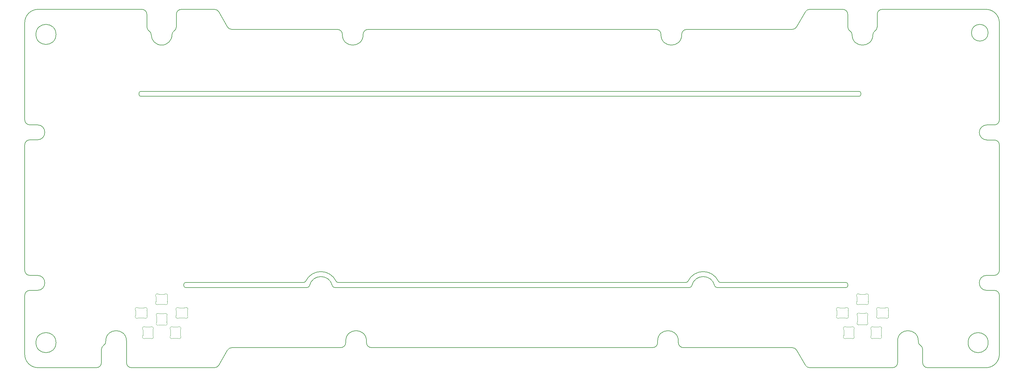
<source format=gm1>
%TF.GenerationSoftware,KiCad,Pcbnew,(7.0.0-0)*%
%TF.CreationDate,2023-06-06T22:56:57-07:00*%
%TF.ProjectId,popstar_plateless_with_flex_cuts,706f7073-7461-4725-9f70-6c6174656c65,rev?*%
%TF.SameCoordinates,Original*%
%TF.FileFunction,Profile,NP*%
%FSLAX46Y46*%
G04 Gerber Fmt 4.6, Leading zero omitted, Abs format (unit mm)*
G04 Created by KiCad (PCBNEW (7.0.0-0)) date 2023-06-06 22:56:57*
%MOMM*%
%LPD*%
G01*
G04 APERTURE LIST*
%TA.AperFunction,Profile*%
%ADD10C,0.200000*%
%TD*%
%TA.AperFunction,Profile*%
%ADD11C,0.100000*%
%TD*%
G04 APERTURE END LIST*
D10*
X28924798Y-128974999D02*
G75*
G03*
X32924812Y-132975002I4000002J-1D01*
G01*
X318825000Y-105349963D02*
X316574998Y-105349963D01*
X123403919Y-126974917D02*
G75*
G03*
X124903917Y-125474897I-19J1500017D01*
G01*
X90847411Y-126974930D02*
G75*
G03*
X89548374Y-127724939I-11J-1499970D01*
G01*
X274999742Y-27275065D02*
X274999742Y-31020284D01*
X227637174Y-109000000D02*
X121612825Y-109000000D01*
X285299740Y-25775042D02*
G75*
G03*
X283799742Y-27275052I60J-1500058D01*
G01*
X66753451Y-33384437D02*
G75*
G03*
X72953449Y-33384435I3099999J-3D01*
G01*
X113337174Y-109000000D02*
X77000000Y-109000000D01*
X52552527Y-126272722D02*
G75*
G03*
X53156102Y-125175004I-696427J1097722D01*
G01*
X218145540Y-125474791D02*
X218145539Y-125000581D01*
X236290180Y-107072174D02*
G75*
G03*
X227259820Y-107072174I-4515180J-2147825D01*
G01*
X275000000Y-108000000D02*
X275000000Y-108500000D01*
X224345519Y-125474780D02*
G75*
G03*
X225845541Y-126974781I1499981J-20D01*
G01*
X283799742Y-27275052D02*
X283799742Y-31020285D01*
X226582543Y-107500038D02*
G75*
G03*
X227259819Y-107072174I-43J750038D01*
G01*
X112282543Y-107500038D02*
G75*
G03*
X112959819Y-107072174I-43J750038D01*
G01*
X275000000Y-108000000D02*
G75*
G03*
X274500000Y-107500000I-500000J0D01*
G01*
X120882620Y-108421177D02*
G75*
G03*
X114067380Y-108421177I-3407620J-798823D01*
G01*
X225349994Y-33274982D02*
X225349994Y-33384519D01*
X53156102Y-125000470D02*
X53156102Y-125175004D01*
X63953442Y-25774971D02*
X32924868Y-25775007D01*
X76500000Y-108500000D02*
X76500000Y-108000000D01*
X320325085Y-29775018D02*
G75*
G03*
X316325044Y-25775015I-4000085J-82D01*
G01*
X63600000Y-51800000D02*
X278400001Y-51800000D01*
X123899518Y-33274984D02*
G75*
G03*
X122399506Y-31774982I-1500018J-16D01*
G01*
X259701350Y-127724734D02*
G75*
G03*
X258402301Y-126974743I-1298950J-749866D01*
G01*
X120882597Y-108421183D02*
G75*
G03*
X121612825Y-109000000I730203J171183D01*
G01*
X276299652Y-33384604D02*
G75*
G03*
X282499748Y-33384598I3100048J4D01*
G01*
X123899506Y-33384508D02*
X123899506Y-33274984D01*
X32674821Y-105349957D02*
X30424824Y-105349957D01*
X28924927Y-58824273D02*
G75*
G03*
X30424853Y-60324273I1499973J-27D01*
G01*
X296093323Y-125000628D02*
G75*
G03*
X289893323Y-125000628I-3100000J-2D01*
G01*
X318824995Y-109849963D02*
X316574998Y-109849963D01*
X63100000Y-50800000D02*
X63099999Y-51299999D01*
X273499740Y-25775065D02*
X263598031Y-25775077D01*
X73557015Y-32286711D02*
G75*
G03*
X72953449Y-33384435I696385J-1097689D01*
G01*
X258402301Y-126974743D02*
X225845541Y-126974781D01*
X320325025Y-66352623D02*
X320325000Y-103849964D01*
X30424819Y-109849959D02*
G75*
G03*
X28924819Y-111349956I1J-1500001D01*
G01*
X86950231Y-26524978D02*
G75*
G03*
X85651248Y-25774945I-1299031J-749922D01*
G01*
X63100000Y-51299999D02*
G75*
G03*
X63600000Y-51800000I500000J-1D01*
G01*
X122667456Y-107500000D02*
X226582543Y-107500000D01*
X219150018Y-33274982D02*
G75*
G03*
X217649984Y-31774982I-1499918J82D01*
G01*
X235182597Y-108421183D02*
G75*
G03*
X235912825Y-109000000I730203J171183D01*
G01*
X316575017Y-60352578D02*
G75*
G03*
X316575017Y-64852622I-17J-2250022D01*
G01*
X320324995Y-111349964D02*
X320324983Y-128974673D01*
X316970259Y-125475761D02*
G75*
G03*
X316970259Y-125475761I-3000004J0D01*
G01*
X263598031Y-25775117D02*
G75*
G03*
X262298993Y-26525080I-31J-1499983D01*
G01*
X320325049Y-29775018D02*
X320325030Y-58852623D01*
X263598465Y-132974732D02*
X288393325Y-132974703D01*
X219149984Y-33274982D02*
X219149984Y-33384525D01*
X51856098Y-131474982D02*
X51856098Y-127539325D01*
X318825030Y-60352630D02*
G75*
G03*
X320325030Y-58852623I-130J1500130D01*
G01*
X131103916Y-125474893D02*
X131103915Y-125000682D01*
X318825000Y-105350000D02*
G75*
G03*
X320325000Y-103849964I0J1500000D01*
G01*
X30424848Y-64824248D02*
G75*
G03*
X28924848Y-66324272I52J-1500052D01*
G01*
X298893320Y-132974691D02*
X316324988Y-132974670D01*
X86950288Y-26524945D02*
X89548385Y-31024983D01*
X38274727Y-33275696D02*
G75*
G03*
X38274727Y-33275696I-3000004J0D01*
G01*
X276299759Y-33384604D02*
G75*
G03*
X275696171Y-32286883I-1300159J-96D01*
G01*
X283103329Y-32286901D02*
G75*
G03*
X282499748Y-33384598I696371J-1097699D01*
G01*
X318825030Y-60352622D02*
X316575017Y-60352622D01*
X89548375Y-31024989D02*
G75*
G03*
X90847424Y-31774983I1299025J749989D01*
G01*
X32674851Y-64824267D02*
G75*
G03*
X32674851Y-60324273I-1J2249997D01*
G01*
X258401949Y-31774946D02*
G75*
G03*
X259700988Y-31024979I51J1499946D01*
G01*
X30424819Y-109849957D02*
X32674821Y-109849957D01*
X65453409Y-31020117D02*
G75*
G03*
X66149872Y-32286716I1499991J17D01*
G01*
X216645541Y-126974792D02*
X132603918Y-126974890D01*
X278400001Y-51800000D02*
G75*
G03*
X278900000Y-51300000I-101J500100D01*
G01*
X113337174Y-108999975D02*
G75*
G03*
X114067379Y-108421177I26J749975D01*
G01*
X30424848Y-64824273D02*
X32674851Y-64824273D01*
X320325078Y-66352623D02*
G75*
G03*
X318825025Y-64852622I-1500078J-77D01*
G01*
X59356102Y-125000470D02*
G75*
G03*
X53156102Y-125000470I-3100000J-2D01*
G01*
X123899494Y-33384508D02*
G75*
G03*
X130099506Y-33384509I3100006J8D01*
G01*
X316575017Y-64852622D02*
X318825025Y-64852622D01*
X278400000Y-50300000D02*
X63600001Y-50299999D01*
X130099506Y-33274990D02*
X130099506Y-33384509D01*
X28924824Y-103849956D02*
X28924848Y-66324272D01*
X59356131Y-131474969D02*
G75*
G03*
X60856104Y-132974969I1499969J-31D01*
G01*
X236967456Y-107500000D02*
X274500000Y-107500000D01*
X90847424Y-31774983D02*
X122399506Y-31774982D01*
X316574998Y-105350037D02*
G75*
G03*
X316574998Y-109849963I2J-2249963D01*
G01*
X32924868Y-25775013D02*
G75*
G03*
X28924873Y-29775004I2J-3999997D01*
G01*
X131103910Y-125474893D02*
G75*
G03*
X132603918Y-126974890I1499990J-7D01*
G01*
X76500000Y-108500000D02*
G75*
G03*
X77000000Y-109000000I500000J0D01*
G01*
X121990215Y-107072157D02*
G75*
G03*
X122667456Y-107500000I677285J322157D01*
G01*
X89548374Y-127724939D02*
X86950298Y-132224940D01*
X74253444Y-27274957D02*
X74253444Y-31020118D01*
X259700989Y-31024979D02*
X262298993Y-26525080D01*
X66753393Y-33384437D02*
G75*
G03*
X66149872Y-32286717I-1299993J37D01*
G01*
X316324988Y-132974583D02*
G75*
G03*
X320324983Y-128974673I12J3999983D01*
G01*
X28924807Y-128974999D02*
X28924819Y-111349956D01*
X131103885Y-125000682D02*
G75*
G03*
X124903915Y-125000701I-3099985J-18D01*
G01*
X296093323Y-125175036D02*
X296093323Y-125000628D01*
X289893323Y-125000628D02*
X289893323Y-131474703D01*
X63600001Y-50300000D02*
G75*
G03*
X63100000Y-50800000I-1J-500000D01*
G01*
X262299409Y-132224745D02*
G75*
G03*
X263598465Y-132974732I1298991J749945D01*
G01*
X28924853Y-58824273D02*
X28924873Y-29775004D01*
X283103334Y-32286909D02*
G75*
G03*
X283799742Y-31020285I-803634J1266609D01*
G01*
X32924812Y-132975002D02*
X50356100Y-132974982D01*
X274500000Y-109000000D02*
G75*
G03*
X275000000Y-108500000I-100J500100D01*
G01*
X224345539Y-125000585D02*
X224345539Y-125474780D01*
X124903915Y-125000701D02*
X124903917Y-125474897D01*
X219150006Y-33384525D02*
G75*
G03*
X225349994Y-33384519I3099994J25D01*
G01*
X38274698Y-125475696D02*
G75*
G03*
X38274698Y-125475696I-2999996J0D01*
G01*
X296093328Y-125175036D02*
G75*
G03*
X296696892Y-126272754I1300072J36D01*
G01*
X226849994Y-31774894D02*
G75*
G03*
X225349994Y-33274982I6J-1500006D01*
G01*
X274999735Y-27275065D02*
G75*
G03*
X273499740Y-25775065I-1500035J-35D01*
G01*
X65453444Y-27274971D02*
X65453444Y-31020117D01*
X226849994Y-31774982D02*
X258401949Y-31774982D01*
X28924843Y-103849956D02*
G75*
G03*
X30424824Y-105349957I1499957J-44D01*
G01*
X274999737Y-31020284D02*
G75*
G03*
X275696171Y-32286882I1499963J-16D01*
G01*
X235182620Y-108421177D02*
G75*
G03*
X228367380Y-108421177I-3407620J-798823D01*
G01*
X73557021Y-32286720D02*
G75*
G03*
X74253444Y-31020118I-803621J1266620D01*
G01*
X77000000Y-107500000D02*
G75*
G03*
X76500000Y-108000000I0J-500000D01*
G01*
X85651248Y-25774945D02*
X75753442Y-25774957D01*
X274500000Y-109000000D02*
X235912825Y-109000000D01*
X131599505Y-31775006D02*
G75*
G03*
X130099506Y-33274990I-5J-1499994D01*
G01*
X297393309Y-131474691D02*
G75*
G03*
X298893320Y-132974691I1499991J-9D01*
G01*
X316970277Y-32775762D02*
G75*
G03*
X316970277Y-32775762I-2500000J0D01*
G01*
X77000000Y-107500000D02*
X112282543Y-107500000D01*
X60856104Y-132974969D02*
X85651261Y-132974940D01*
X75753442Y-25775044D02*
G75*
G03*
X74253444Y-27274957I-42J-1499956D01*
G01*
X52552517Y-126272706D02*
G75*
G03*
X51856098Y-127539325I803583J-1266594D01*
G01*
X123403919Y-126974901D02*
X90847411Y-126974939D01*
X32674851Y-60324273D02*
X30424853Y-60324273D01*
X224345461Y-125000585D02*
G75*
G03*
X218145539Y-125000581I-3099961J-15D01*
G01*
X320325037Y-111349964D02*
G75*
G03*
X318824995Y-109849963I-1499937J64D01*
G01*
X227637174Y-108999975D02*
G75*
G03*
X228367379Y-108421177I26J749975D01*
G01*
X297393312Y-127539351D02*
G75*
G03*
X296696892Y-126272755I-1499912J51D01*
G01*
X262299427Y-132224735D02*
X259701339Y-127724740D01*
X278900000Y-50800000D02*
G75*
G03*
X278400000Y-50300000I-500000J0D01*
G01*
X121990179Y-107072174D02*
G75*
G03*
X112959821Y-107072174I-4515179J-2147826D01*
G01*
X50356100Y-132974998D02*
G75*
G03*
X51856098Y-131474982I0J1499998D01*
G01*
X85651261Y-132974885D02*
G75*
G03*
X86950298Y-132224940I39J1499985D01*
G01*
X59356102Y-131474969D02*
X59356102Y-125000470D01*
X65453429Y-27274971D02*
G75*
G03*
X63953442Y-25774971I-1500029J-29D01*
G01*
X32674821Y-109849963D02*
G75*
G03*
X32674821Y-105349957I-1J2250003D01*
G01*
X217649984Y-31774982D02*
X131599505Y-31774982D01*
X288393325Y-132974623D02*
G75*
G03*
X289893323Y-131474703I-25J1500023D01*
G01*
X297393319Y-127539351D02*
X297393319Y-131474691D01*
X236290185Y-107072171D02*
G75*
G03*
X236967456Y-107500000I677215J322071D01*
G01*
X216645541Y-126974840D02*
G75*
G03*
X218145540Y-125474791I-41J1500040D01*
G01*
X278900000Y-51300000D02*
X278900000Y-50800000D01*
X316325044Y-25775015D02*
X285299740Y-25775052D01*
D11*
%TO.C,D12*%
X281099999Y-111797157D02*
X281099999Y-113202841D01*
X280194452Y-113999999D02*
X278605548Y-113999999D01*
X278605548Y-111000000D02*
X280194453Y-111000000D01*
X277700001Y-113202841D02*
X277700001Y-111797157D01*
X281100000Y-113202841D02*
G75*
G03*
X281149485Y-113419719I499989J-2D01*
G01*
X280446711Y-114068298D02*
G75*
G03*
X281149483Y-113419718I252259J431700D01*
G01*
X281149484Y-111580279D02*
G75*
G03*
X281099999Y-111797156I450505J-216876D01*
G01*
X281149484Y-111580279D02*
G75*
G03*
X280446711Y-110931701I-450514J216878D01*
G01*
X280194453Y-111000000D02*
G75*
G03*
X280446711Y-110931701I-3J500009D01*
G01*
X280446711Y-114068298D02*
G75*
G03*
X280194452Y-113999999I-252261J-431710D01*
G01*
X278353289Y-110931700D02*
G75*
G03*
X278605547Y-110999999I252261J431710D01*
G01*
X278605548Y-114000000D02*
G75*
G03*
X278353290Y-114068298I2J-500010D01*
G01*
X277650520Y-113419721D02*
G75*
G03*
X278353289Y-114068296I450510J-216879D01*
G01*
X277650516Y-113419719D02*
G75*
G03*
X277700001Y-113202842I-450866J216959D01*
G01*
X278353289Y-110931700D02*
G75*
G03*
X277650516Y-111580279I-252259J-431700D01*
G01*
X277699989Y-111797157D02*
G75*
G03*
X277650515Y-111580279I-500289J-43D01*
G01*
%TO.C,D1*%
X71549999Y-111797157D02*
X71549999Y-113202841D01*
X70644452Y-113999999D02*
X69055548Y-113999999D01*
X69055548Y-111000000D02*
X70644453Y-111000000D01*
X68150001Y-113202841D02*
X68150001Y-111797157D01*
X71550000Y-113202841D02*
G75*
G03*
X71599485Y-113419719I499989J-2D01*
G01*
X70896711Y-114068298D02*
G75*
G03*
X71599483Y-113419718I252259J431700D01*
G01*
X71599484Y-111580279D02*
G75*
G03*
X71549999Y-111797156I450505J-216876D01*
G01*
X71599484Y-111580279D02*
G75*
G03*
X70896711Y-110931701I-450514J216878D01*
G01*
X70644453Y-111000000D02*
G75*
G03*
X70896711Y-110931701I-3J500009D01*
G01*
X70896711Y-114068298D02*
G75*
G03*
X70644452Y-113999999I-252261J-431710D01*
G01*
X68803289Y-110931700D02*
G75*
G03*
X69055547Y-110999999I252261J431710D01*
G01*
X69055548Y-114000000D02*
G75*
G03*
X68803290Y-114068298I2J-500010D01*
G01*
X68100520Y-113419721D02*
G75*
G03*
X68803289Y-114068296I450510J-216879D01*
G01*
X68100516Y-113419719D02*
G75*
G03*
X68150001Y-113202842I-450866J216959D01*
G01*
X68803289Y-110931700D02*
G75*
G03*
X68100516Y-111580279I-252259J-431700D01*
G01*
X68149989Y-111797157D02*
G75*
G03*
X68100515Y-111580279I-500289J-43D01*
G01*
%TO.C,D2*%
X65449999Y-115897157D02*
X65449999Y-117302841D01*
X64544452Y-118099999D02*
X62955548Y-118099999D01*
X62955548Y-115100000D02*
X64544453Y-115100000D01*
X62050001Y-117302841D02*
X62050001Y-115897157D01*
X65450000Y-117302841D02*
G75*
G03*
X65499485Y-117519719I499989J-2D01*
G01*
X64796711Y-118168298D02*
G75*
G03*
X65499483Y-117519718I252259J431700D01*
G01*
X65499484Y-115680279D02*
G75*
G03*
X65449999Y-115897156I450505J-216876D01*
G01*
X65499484Y-115680279D02*
G75*
G03*
X64796711Y-115031701I-450514J216878D01*
G01*
X64544453Y-115100000D02*
G75*
G03*
X64796711Y-115031701I-3J500009D01*
G01*
X64796711Y-118168298D02*
G75*
G03*
X64544452Y-118099999I-252261J-431710D01*
G01*
X62703289Y-115031700D02*
G75*
G03*
X62955547Y-115099999I252261J431710D01*
G01*
X62955548Y-118100000D02*
G75*
G03*
X62703290Y-118168298I2J-500010D01*
G01*
X62000520Y-117519721D02*
G75*
G03*
X62703289Y-118168296I450510J-216879D01*
G01*
X62000516Y-117519719D02*
G75*
G03*
X62050001Y-117302842I-450866J216959D01*
G01*
X62703289Y-115031700D02*
G75*
G03*
X62000516Y-115680279I-252259J-431700D01*
G01*
X62049989Y-115897157D02*
G75*
G03*
X62000515Y-115680279I-500289J-43D01*
G01*
%TO.C,D4*%
X74702843Y-124199999D02*
X73297159Y-124199999D01*
X72500001Y-123294452D02*
X72500001Y-121705548D01*
X75500000Y-121705548D02*
X75500000Y-123294453D01*
X73297159Y-120800001D02*
X74702843Y-120800001D01*
X73297159Y-124200000D02*
G75*
G03*
X73080281Y-124249485I-2J-499989D01*
G01*
X72431702Y-123546711D02*
G75*
G03*
X73080282Y-124249483I431700J-252259D01*
G01*
X74919721Y-124249484D02*
G75*
G03*
X74702844Y-124199999I-216876J-450505D01*
G01*
X74919721Y-124249484D02*
G75*
G03*
X75568299Y-123546711I216878J450514D01*
G01*
X75500000Y-123294453D02*
G75*
G03*
X75568299Y-123546711I500009J3D01*
G01*
X72431702Y-123546711D02*
G75*
G03*
X72500001Y-123294452I-431710J252261D01*
G01*
X75568300Y-121453289D02*
G75*
G03*
X75500001Y-121705547I431710J-252261D01*
G01*
X72500000Y-121705548D02*
G75*
G03*
X72431702Y-121453290I-500010J-2D01*
G01*
X73080279Y-120750520D02*
G75*
G03*
X72431704Y-121453289I-216879J-450510D01*
G01*
X73080281Y-120750516D02*
G75*
G03*
X73297158Y-120800001I216959J450866D01*
G01*
X75568300Y-121453289D02*
G75*
G03*
X74919721Y-120750516I-431700J252259D01*
G01*
X74702843Y-120799989D02*
G75*
G03*
X74919721Y-120750515I-43J500289D01*
G01*
%TO.C,D5*%
X74200001Y-117302843D02*
X74200001Y-115897159D01*
X75105548Y-115100001D02*
X76694452Y-115100001D01*
X76694452Y-118100000D02*
X75105547Y-118100000D01*
X77599999Y-115897159D02*
X77599999Y-117302843D01*
X74200000Y-115897159D02*
G75*
G03*
X74150515Y-115680281I-499989J2D01*
G01*
X74853289Y-115031702D02*
G75*
G03*
X74150517Y-115680282I-252259J-431700D01*
G01*
X74150516Y-117519721D02*
G75*
G03*
X74200001Y-117302844I-450505J216876D01*
G01*
X74150516Y-117519721D02*
G75*
G03*
X74853289Y-118168299I450514J-216878D01*
G01*
X75105547Y-118100000D02*
G75*
G03*
X74853289Y-118168299I3J-500009D01*
G01*
X74853289Y-115031702D02*
G75*
G03*
X75105548Y-115100001I252261J431710D01*
G01*
X76946711Y-118168300D02*
G75*
G03*
X76694453Y-118100001I-252261J-431710D01*
G01*
X76694452Y-115100000D02*
G75*
G03*
X76946710Y-115031702I-2J500010D01*
G01*
X77649480Y-115680279D02*
G75*
G03*
X76946711Y-115031704I-450510J216879D01*
G01*
X77649484Y-115680281D02*
G75*
G03*
X77599999Y-115897158I450866J-216959D01*
G01*
X76946711Y-118168300D02*
G75*
G03*
X77649484Y-117519721I252259J431700D01*
G01*
X77600011Y-117302843D02*
G75*
G03*
X77649485Y-117519721I500289J43D01*
G01*
%TO.C,D8*%
X274597157Y-120800001D02*
X276002841Y-120800001D01*
X276799999Y-121705548D02*
X276799999Y-123294452D01*
X273800000Y-123294452D02*
X273800000Y-121705547D01*
X276002841Y-124199999D02*
X274597157Y-124199999D01*
X276002841Y-120800000D02*
G75*
G03*
X276219719Y-120750515I2J499989D01*
G01*
X276868298Y-121453289D02*
G75*
G03*
X276219718Y-120750517I-431700J252259D01*
G01*
X274380279Y-120750516D02*
G75*
G03*
X274597156Y-120800001I216876J450505D01*
G01*
X274380279Y-120750516D02*
G75*
G03*
X273731701Y-121453289I-216878J-450514D01*
G01*
X273800000Y-121705547D02*
G75*
G03*
X273731701Y-121453289I-500009J-3D01*
G01*
X276868298Y-121453289D02*
G75*
G03*
X276799999Y-121705548I431710J-252261D01*
G01*
X273731700Y-123546711D02*
G75*
G03*
X273799999Y-123294453I-431710J252261D01*
G01*
X276800000Y-123294452D02*
G75*
G03*
X276868298Y-123546710I500010J2D01*
G01*
X276219721Y-124249480D02*
G75*
G03*
X276868296Y-123546711I216879J450510D01*
G01*
X276219719Y-124249484D02*
G75*
G03*
X276002842Y-124199999I-216959J-450866D01*
G01*
X273731700Y-123546711D02*
G75*
G03*
X274380279Y-124249484I431700J-252259D01*
G01*
X274597157Y-124200011D02*
G75*
G03*
X274380279Y-124249485I43J-500289D01*
G01*
%TO.C,D7*%
X275099999Y-115897157D02*
X275099999Y-117302841D01*
X274194452Y-118099999D02*
X272605548Y-118099999D01*
X272605548Y-115100000D02*
X274194453Y-115100000D01*
X271700001Y-117302841D02*
X271700001Y-115897157D01*
X275100000Y-117302841D02*
G75*
G03*
X275149485Y-117519719I499989J-2D01*
G01*
X274446711Y-118168298D02*
G75*
G03*
X275149483Y-117519718I252259J431700D01*
G01*
X275149484Y-115680279D02*
G75*
G03*
X275099999Y-115897156I450505J-216876D01*
G01*
X275149484Y-115680279D02*
G75*
G03*
X274446711Y-115031701I-450514J216878D01*
G01*
X274194453Y-115100000D02*
G75*
G03*
X274446711Y-115031701I-3J500009D01*
G01*
X274446711Y-118168298D02*
G75*
G03*
X274194452Y-118099999I-252261J-431710D01*
G01*
X272353289Y-115031700D02*
G75*
G03*
X272605547Y-115099999I252261J431710D01*
G01*
X272605548Y-118100000D02*
G75*
G03*
X272353290Y-118168298I2J-500010D01*
G01*
X271650520Y-117519721D02*
G75*
G03*
X272353289Y-118168296I450510J-216879D01*
G01*
X271650516Y-117519719D02*
G75*
G03*
X271700001Y-117302842I-450866J216959D01*
G01*
X272353289Y-115031700D02*
G75*
G03*
X271650516Y-115680279I-252259J-431700D01*
G01*
X271699989Y-115897157D02*
G75*
G03*
X271650515Y-115680279I-500289J-43D01*
G01*
%TO.C,D11*%
X278697157Y-116700001D02*
X280102841Y-116700001D01*
X280899999Y-117605548D02*
X280899999Y-119194452D01*
X277900000Y-119194452D02*
X277900000Y-117605547D01*
X280102841Y-120099999D02*
X278697157Y-120099999D01*
X280102841Y-116700000D02*
G75*
G03*
X280319719Y-116650515I2J499989D01*
G01*
X280968298Y-117353289D02*
G75*
G03*
X280319718Y-116650517I-431700J252259D01*
G01*
X278480279Y-116650516D02*
G75*
G03*
X278697156Y-116700001I216876J450505D01*
G01*
X278480279Y-116650516D02*
G75*
G03*
X277831701Y-117353289I-216878J-450514D01*
G01*
X277900000Y-117605547D02*
G75*
G03*
X277831701Y-117353289I-500009J-3D01*
G01*
X280968298Y-117353289D02*
G75*
G03*
X280899999Y-117605548I431710J-252261D01*
G01*
X277831700Y-119446711D02*
G75*
G03*
X277899999Y-119194453I-431710J252261D01*
G01*
X280900000Y-119194452D02*
G75*
G03*
X280968298Y-119446710I500010J2D01*
G01*
X280319721Y-120149480D02*
G75*
G03*
X280968296Y-119446711I216879J450510D01*
G01*
X280319719Y-120149484D02*
G75*
G03*
X280102842Y-120099999I-216959J-450866D01*
G01*
X277831700Y-119446711D02*
G75*
G03*
X278480279Y-120149484I431700J-252259D01*
G01*
X278697157Y-120100011D02*
G75*
G03*
X278480279Y-120149485I43J-500289D01*
G01*
%TO.C,D3*%
X65047157Y-120800001D02*
X66452841Y-120800001D01*
X67249999Y-121705548D02*
X67249999Y-123294452D01*
X64250000Y-123294452D02*
X64250000Y-121705547D01*
X66452841Y-124199999D02*
X65047157Y-124199999D01*
X66452841Y-120800000D02*
G75*
G03*
X66669719Y-120750515I2J499989D01*
G01*
X67318298Y-121453289D02*
G75*
G03*
X66669718Y-120750517I-431700J252259D01*
G01*
X64830279Y-120750516D02*
G75*
G03*
X65047156Y-120800001I216876J450505D01*
G01*
X64830279Y-120750516D02*
G75*
G03*
X64181701Y-121453289I-216878J-450514D01*
G01*
X64250000Y-121705547D02*
G75*
G03*
X64181701Y-121453289I-500009J-3D01*
G01*
X67318298Y-121453289D02*
G75*
G03*
X67249999Y-121705548I431710J-252261D01*
G01*
X64181700Y-123546711D02*
G75*
G03*
X64249999Y-123294453I-431710J252261D01*
G01*
X67250000Y-123294452D02*
G75*
G03*
X67318298Y-123546710I500010J2D01*
G01*
X66669721Y-124249480D02*
G75*
G03*
X67318296Y-123546711I216879J450510D01*
G01*
X66669719Y-124249484D02*
G75*
G03*
X66452842Y-124199999I-216959J-450866D01*
G01*
X64181700Y-123546711D02*
G75*
G03*
X64830279Y-124249484I431700J-252259D01*
G01*
X65047157Y-124200011D02*
G75*
G03*
X64830279Y-124249485I43J-500289D01*
G01*
%TO.C,D10*%
X283700001Y-117302843D02*
X283700001Y-115897159D01*
X284605548Y-115100001D02*
X286194452Y-115100001D01*
X286194452Y-118100000D02*
X284605547Y-118100000D01*
X287099999Y-115897159D02*
X287099999Y-117302843D01*
X283700000Y-115897159D02*
G75*
G03*
X283650515Y-115680281I-499989J2D01*
G01*
X284353289Y-115031702D02*
G75*
G03*
X283650517Y-115680282I-252259J-431700D01*
G01*
X283650516Y-117519721D02*
G75*
G03*
X283700001Y-117302844I-450505J216876D01*
G01*
X283650516Y-117519721D02*
G75*
G03*
X284353289Y-118168299I450514J-216878D01*
G01*
X284605547Y-118100000D02*
G75*
G03*
X284353289Y-118168299I3J-500009D01*
G01*
X284353289Y-115031702D02*
G75*
G03*
X284605548Y-115100001I252261J431710D01*
G01*
X286446711Y-118168300D02*
G75*
G03*
X286194453Y-118100001I-252261J-431710D01*
G01*
X286194452Y-115100000D02*
G75*
G03*
X286446710Y-115031702I-2J500010D01*
G01*
X287149480Y-115680279D02*
G75*
G03*
X286446711Y-115031704I-450510J216879D01*
G01*
X287149484Y-115680281D02*
G75*
G03*
X287099999Y-115897158I450866J-216959D01*
G01*
X286446711Y-118168300D02*
G75*
G03*
X287149484Y-117519721I252259J431700D01*
G01*
X287100011Y-117302843D02*
G75*
G03*
X287149485Y-117519721I500289J43D01*
G01*
%TO.C,D6*%
X69172157Y-116800001D02*
X70577841Y-116800001D01*
X71374999Y-117705548D02*
X71374999Y-119294452D01*
X68375000Y-119294452D02*
X68375000Y-117705547D01*
X70577841Y-120199999D02*
X69172157Y-120199999D01*
X70577841Y-116800000D02*
G75*
G03*
X70794719Y-116750515I2J499989D01*
G01*
X71443298Y-117453289D02*
G75*
G03*
X70794718Y-116750517I-431700J252259D01*
G01*
X68955279Y-116750516D02*
G75*
G03*
X69172156Y-116800001I216876J450505D01*
G01*
X68955279Y-116750516D02*
G75*
G03*
X68306701Y-117453289I-216878J-450514D01*
G01*
X68375000Y-117705547D02*
G75*
G03*
X68306701Y-117453289I-500009J-3D01*
G01*
X71443298Y-117453289D02*
G75*
G03*
X71374999Y-117705548I431710J-252261D01*
G01*
X68306700Y-119546711D02*
G75*
G03*
X68374999Y-119294453I-431710J252261D01*
G01*
X71375000Y-119294452D02*
G75*
G03*
X71443298Y-119546710I500010J2D01*
G01*
X70794721Y-120249480D02*
G75*
G03*
X71443296Y-119546711I216879J450510D01*
G01*
X70794719Y-120249484D02*
G75*
G03*
X70577842Y-120199999I-216959J-450866D01*
G01*
X68306700Y-119546711D02*
G75*
G03*
X68955279Y-120249484I431700J-252259D01*
G01*
X69172157Y-120200011D02*
G75*
G03*
X68955279Y-120249485I43J-500289D01*
G01*
%TO.C,D9*%
X284202843Y-124199999D02*
X282797159Y-124199999D01*
X282000001Y-123294452D02*
X282000001Y-121705548D01*
X285000000Y-121705548D02*
X285000000Y-123294453D01*
X282797159Y-120800001D02*
X284202843Y-120800001D01*
X282797159Y-124200000D02*
G75*
G03*
X282580281Y-124249485I-2J-499989D01*
G01*
X281931702Y-123546711D02*
G75*
G03*
X282580282Y-124249483I431700J-252259D01*
G01*
X284419721Y-124249484D02*
G75*
G03*
X284202844Y-124199999I-216876J-450505D01*
G01*
X284419721Y-124249484D02*
G75*
G03*
X285068299Y-123546711I216878J450514D01*
G01*
X285000000Y-123294453D02*
G75*
G03*
X285068299Y-123546711I500009J3D01*
G01*
X281931702Y-123546711D02*
G75*
G03*
X282000001Y-123294452I-431710J252261D01*
G01*
X285068300Y-121453289D02*
G75*
G03*
X285000001Y-121705547I431710J-252261D01*
G01*
X282000000Y-121705548D02*
G75*
G03*
X281931702Y-121453290I-500010J-2D01*
G01*
X282580279Y-120750520D02*
G75*
G03*
X281931704Y-121453289I-216879J-450510D01*
G01*
X282580281Y-120750516D02*
G75*
G03*
X282797158Y-120800001I216959J450866D01*
G01*
X285068300Y-121453289D02*
G75*
G03*
X284419721Y-120750516I-431700J252259D01*
G01*
X284202843Y-120799989D02*
G75*
G03*
X284419721Y-120750515I-43J500289D01*
G01*
%TD*%
M02*

</source>
